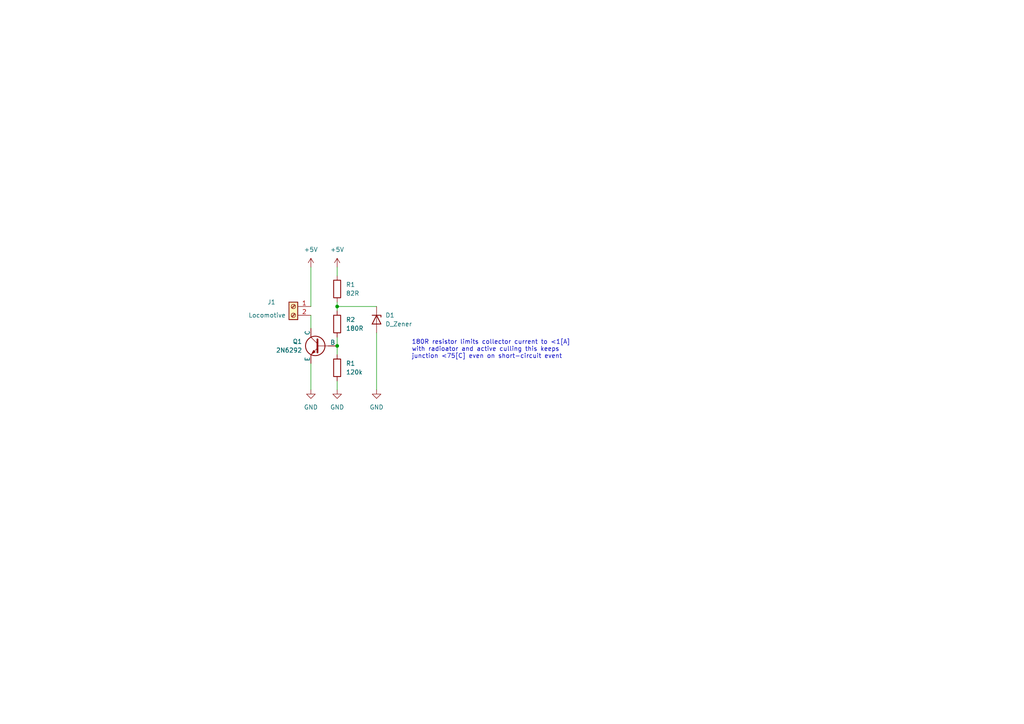
<source format=kicad_sch>
(kicad_sch (version 20230121) (generator eeschema)
  (paper "A4")
  (lib_symbols
    (symbol "Connector:Screw_Terminal_01x02" (pin_names (offset 1.016) hide)
      (property "Reference" "J" (at 0 2.54 0))
      (property "Value" "Screw_Terminal_01x02" (at 0 -5.08 0))
      (symbol "Screw_Terminal_01x02_1_1"
        (rectangle (start -1.27 1.27) (end 1.27 -3.81) (stroke (width 0.254)) (fill (type background)))
        (circle (center 0 -2.54) (radius 0.635) (stroke (width 0.1524)))
        (polyline (pts (xy -0.5334 -2.2098) (xy 0.3302 -3.048)) (stroke (width 0.1524)))
        (polyline (pts (xy -0.5334 0.3302) (xy 0.3302 -0.508)) (stroke (width 0.1524)))
        (polyline (pts (xy -0.3556 -2.032) (xy 0.508 -2.8702)) (stroke (width 0.1524)))
        (polyline (pts (xy -0.3556 0.508) (xy 0.508 -0.3302)) (stroke (width 0.1524)))
        (circle (center 0 0) (radius 0.635) (stroke (width 0.1524)))
        (pin passive line (at -5.08 0 0) (length 3.81) (name "Pin_1") (number "1"))
        (pin passive line (at -5.08 -2.54 0) (length 3.81) (name "Pin_2") (number "2"))
      )
    )
    (symbol "Device:D_Zener" (pin_numbers hide) (pin_names (offset 1.016) hide)
      (property "Reference" "D" (at 0 2.54 0))
      (property "Value" "D_Zener" (at 0 -2.54 0))
      (symbol "D_Zener_0_1"
        (polyline (pts (xy 1.27 0) (xy -1.27 0)))
        (polyline (pts (xy -1.27 -1.27) (xy -1.27 1.27) (xy -0.762 1.27)) (stroke (width 0.254)))
        (polyline (pts (xy 1.27 -1.27) (xy 1.27 1.27) (xy -1.27 0) (xy 1.27 -1.27)) (stroke (width 0.254)))
      )
      (symbol "D_Zener_1_1"
        (pin passive line (at -3.81 0 0) (length 2.54) (name "K") (number "1"))
        (pin passive line (at 3.81 0 180) (length 2.54) (name "A") (number "2"))
      )
    )
    (symbol "Device:R" (pin_numbers hide) (pin_names (offset 0))
      (property "Reference" "R" (at 2.032 0 90))
      (property "Value" "R" (at 0 0 90))
      (symbol "R_0_1"
        (rectangle (start -1.016 -2.54) (end 1.016 2.54) (stroke (width 0.254)))
      )
      (symbol "R_1_1"
        (pin passive line (at 0 3.81 270) (length 1.27) (name "~") (number "1"))
        (pin passive line (at 0 -3.81 90) (length 1.27) (name "~") (number "2"))
      )
    )
    (symbol "Simulation_SPICE:NPN" (pin_numbers hide) (pin_names (offset 0))
      (property "Reference" "Q" (at -2.54 7.62 0))
      (property "Value" "NPN" (at -2.54 5.08 0))
      (symbol "NPN_0_1"
        (polyline (pts (xy -2.54 0) (xy 0.635 0)) (stroke (width 0.1524)))
        (polyline (pts (xy 0.635 0.635) (xy 2.54 2.54)))
        (polyline (pts (xy 2.794 -1.27) (xy 2.794 -1.27)) (stroke (width 0.1524)))
        (polyline (pts (xy 2.794 -1.27) (xy 2.794 -1.27)) (stroke (width 0.1524)))
        (polyline (pts (xy 0.635 -0.635) (xy 2.54 -2.54) (xy 2.54 -2.54)))
        (polyline (pts (xy 0.635 1.905) (xy 0.635 -1.905) (xy 0.635 -1.905)) (stroke (width 0.508)))
        (polyline (pts (xy 1.27 -1.778) (xy 1.778 -1.27) (xy 2.286 -2.286) (xy 1.27 -1.778) (xy 1.27 -1.778)) (fill (type outline)))
        (circle (center 1.27 0) (radius 2.8194) (stroke (width 0.254)))
      )
      (symbol "NPN_1_1"
        (pin open_collector line (at 2.54 5.08 270) (length 2.54) (name "C") (number "1"))
        (pin input line (at -5.08 0 0) (length 2.54) (name "B") (number "2"))
        (pin open_emitter line (at 2.54 -5.08 90) (length 2.54) (name "E") (number "3"))
      )
    )
    (symbol "power:+5V" (power) (pin_names (offset 0))
      (property "Value" "+5V" (at 0 3.556 0))
      (symbol "+5V_0_1"
        (polyline (pts (xy -0.762 1.27) (xy 0 2.54)))
        (polyline (pts (xy 0 0) (xy 0 2.54)))
        (polyline (pts (xy 0 2.54) (xy 0.762 1.27)))
      )
      (symbol "+5V_1_1"
        (pin power_in line (at 0 0 90) (length 0) hide (name "+5V") (number "1"))
      )
    )
    (symbol "power:GND" (power) (pin_names (offset 0))
      (property "Value" "GND" (at 0 -3.81 0))
      (symbol "GND_0_1"
        (polyline (pts (xy 0 0) (xy 0 -1.27) (xy 1.27 -1.27) (xy 0 -2.54) (xy -1.27 -1.27) (xy 0 -1.27)))
      )
      (symbol "GND_1_1"
        (pin power_in line (at 0 0 270) (length 0) hide (name "GND") (number "1"))
      )
    )
  )
  (junction (at 97.79 88.9))
  (junction (at 97.79 100.33))
  (wire (pts (xy 97.79 88.9) (xy 109.22 88.9)))
  (wire (pts (xy 90.17 113.03) (xy 90.17 105.41)))
  (wire (pts (xy 97.79 113.03) (xy 97.79 110.49)))
  (wire (pts (xy 90.17 77.47) (xy 90.17 88.9)))
  (wire (pts (xy 97.79 77.47) (xy 97.79 80.01)))
  (wire (pts (xy 109.22 113.03) (xy 109.22 96.52)))
  (wire (pts (xy 97.79 102.87) (xy 97.79 100.33)))
  (wire (pts (xy 97.79 87.63) (xy 97.79 88.9)))
  (wire (pts (xy 97.79 97.79) (xy 97.79 100.33)))
  (wire (pts (xy 97.79 88.9) (xy 97.79 90.17)))
  (wire (pts (xy 90.17 91.44) (xy 90.17 95.25)))
  (text "180R resistor limits collector current to <1[A]\nwith radioator and active culling this keeps\njunction <75[C] even on short-circuit event\n" (at 119.38 104.14 0) (effects (font (size 1.27 1.27)) (justify left bottom)))
  (symbol (lib_id "power:GND") (at 90.17 113.03 0) (unit 1)
    (property "Reference" "#PWR01" (effects hide))
    (property "Value" "GND" (at 90.17 118.11 0))
  )
  (symbol (lib_id "Simulation_SPICE:NPN") (at 92.71 100.33 0) (mirror y) (unit 1)
    (property "Reference" "Q1" (at 87.63 99.06 0) (effects (justify left)))
    (property "Value" "2N6292" (at 87.63 101.6 0) (effects (justify left)))
    (property "Datasheet" "https://ngspice.sourceforge.io/docs/ngspice-html-manual/manual.xhtml#cha_BJTs" (effects hide))
    (property "Sim.Device" "NPN" (effects hide))
    (property "Sim.Type" "GUMMELPOON" (effects hide))
    (property "Sim.Pins" "1=C 2=B 3=E" (effects hide))
  )
  (symbol (lib_id "power:GND") (at 109.22 113.03 0) (unit 1)
    (property "Reference" "#PWR02" (effects hide))
    (property "Value" "GND" (at 109.22 118.11 0))
  )
  (symbol (lib_id "power:GND") (at 97.79 113.03 0) (unit 1)
    (property "Reference" "#PWR03" (effects hide))
    (property "Value" "GND" (at 97.79 118.11 0))
  )
  (symbol (lib_id "Connector:Screw_Terminal_01x02") (at 85.09 88.9 0) (mirror y) (unit 1)
    (property "Reference" "J1" (at 78.74 87.63 0))
    (property "Value" "Locomotive" (at 77.47 91.44 0))
  )
  (symbol (lib_id "Device:R") (at 97.79 83.82 0) (unit 1)
    (property "Reference" "R1" (at 100.33 82.55 0) (effects (justify left)))
    (property "Value" "82R" (at 100.33 85.09 0) (effects (justify left)))
  )
  (symbol (lib_id "power:+5V") (at 90.17 77.47 0) (unit 1)
    (property "Reference" "#PWR05" (effects hide))
    (property "Value" "+5V" (at 90.17 72.39 0))
  )
  (symbol (lib_id "power:+5V") (at 97.79 77.47 0) (unit 1)
    (property "Reference" "#PWR04" (effects hide))
    (property "Value" "+5V" (at 97.79 72.39 0))
  )
  (symbol (lib_id "Device:D_Zener") (at 109.22 92.71 270) (unit 1)
    (property "Reference" "D1" (at 111.76 91.44 90) (effects (justify left)))
    (property "Value" "D_Zener" (at 111.76 93.98 90) (effects (justify left)))
  )
  (symbol (lib_id "Device:R") (at 97.79 106.68 0) (unit 1)
    (property "Reference" "R1" (at 100.33 105.41 0) (effects (justify left)))
    (property "Value" "120k" (at 100.33 107.95 0) (effects (justify left)))
  )
  (symbol (lib_id "Device:R") (at 97.79 93.98 0) (unit 1)
    (property "Reference" "R2" (at 100.33 92.71 0) (effects (justify left)))
    (property "Value" "180R" (at 100.33 95.25 0) (effects (justify left)))
  )
)
</source>
